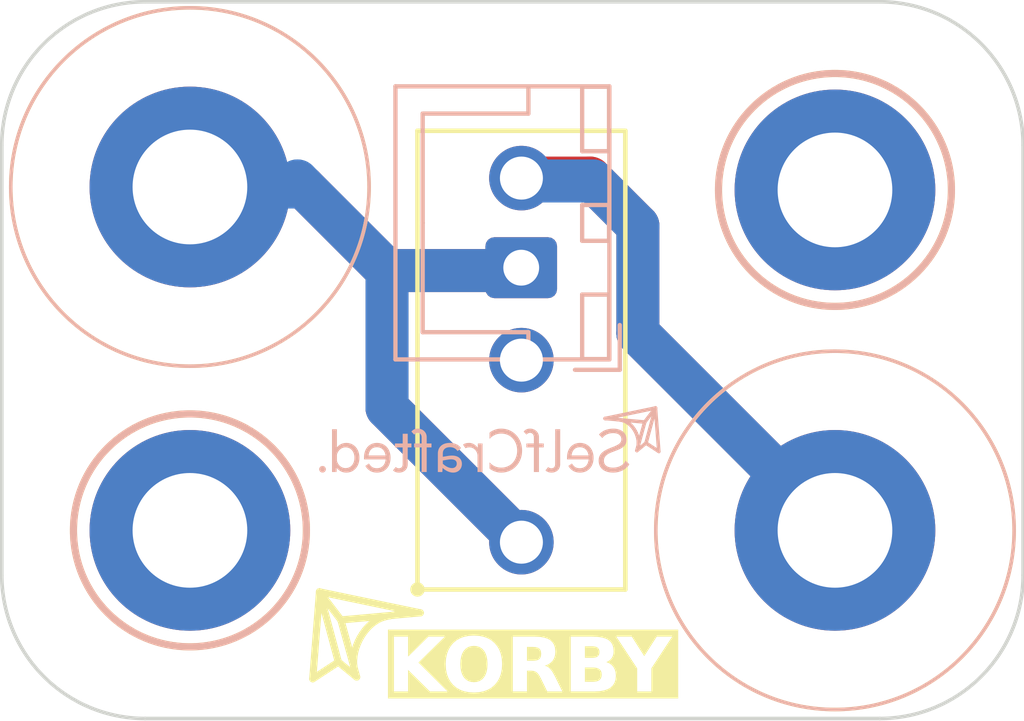
<source format=kicad_pcb>
(kicad_pcb (version 20221018) (generator pcbnew)
  (layers (0 "F.Cu" signal) (31 "B.Cu" signal) (34 "B.Paste" user) (35 "F.Paste" user) (36 "B.SilkS" user "B.Silkscreen") (37 "F.SilkS" user "F.Silkscreen") (38 "B.Mask" user) (39 "F.Mask" user) (44 "Edge.Cuts" user))
  (net 0 "")
  (net 1 "Net-(J1-Pin_1)")
  (net 2 "Net-(J1-Pin_2)")
  (footprint "MountingHole:MountingHole_3.2mm_M3_DIN965_Pad" (layer "F.Cu") (at 150.75 83.75)
    (fp_text reference "H2" hide)
    (fp_text value "RSwitch" hide)
  )
  (footprint "MountingHole:MountingHole_3.2mm_M3_DIN965_Pad" (layer "F.Cu") (at 132.75 83.75)
    (fp_text reference "H4" hide)
    (fp_text value "MountingHole" hide)
  )
  (footprint "MountingHole:MountingHole_3.2mm_M3_DIN965_Pad" (layer "F.Cu") (at 150.75 74.25)
    (fp_text reference "H3" hide)
    (fp_text value "MountingHole" hide)
  )
  (footprint "self_microswitch:SW_D2F-FL" (layer "F.Cu") (at 142 79 90)
    (fp_text reference "SW1" hide)
    (fp_text value "OMRON D2F-L" hide)
  )
  (footprint "MountingHole:MountingHole_3.2mm_M3_DIN965_Pad" (layer "F.Cu") (at 132.75 74.168)
    (fp_text reference "H1" hide)
    (fp_text value "LSwitch" hide)
  )
  (footprint "Connector_JST:JST_XH_B2B-XH-A_1x02_P2.50mm_Vertical" (layer "B.Cu") (at 141.995 76.42 90)
    (fp_text reference "J1" hide)
    (fp_text value "JST-XH")
  )
  (gr_circle (center 132.75 83.75) (end 136 83.75) (stroke (width 0.2)) (fill none) (layer "B.SilkS"))
  (gr_line (start 145.10395 80.874022) (end 145.140672 80.924028) (stroke (width 0.099633)) (layer "B.SilkS"))
  (gr_line (start 145.201408 81.032988) (end 145.224835 81.090623) (stroke (width 0.099633)) (layer "B.SilkS"))
  (gr_poly (pts (xy 139.100969 80.910824) (xy 139.089904 80.911348) (xy 139.078672 80.912303) (xy 139.067299 80.913752) (xy 139.055813 80.915762) (xy 139.044244 80.918397) (xy 139.032619 80.921724) (xy 139.020965 80.925808) (xy 139.009311 80.930713) (xy 138.997686 80.936506) (xy 138.986117 80.943251) (xy 138.974631 80.951015) (xy 138.963258 80.959862) (xy 138.952026 80.969857) (xy 138.946471 80.975307) (xy 138.940961 80.981068) (xy 138.935501 80.987148) (xy 138.930094 80.993557) (xy 139.009812 81.079642) (xy 139.01416 81.074078) (xy 139.018831 81.068754) (xy 139.023811 81.063687) (xy 139.029085 81.058893) (xy 139.03464 81.054389) (xy 139.040461 81.05019) (xy 139.046535 81.046314) (xy 139.052847 81.042777) (xy 139.059384 81.039594) (xy 139.066131 81.036783) (xy 139.073075 81.034359) (xy 139.080201 81.032339) (xy 139.087495 81.03074) (xy 139.094944 81.029578) (xy 139.102533 81.028868) (xy 139.106375 81.028688) (xy 139.110248 81.028628) (xy 139.116018 81.028786) (xy 139.121672 81.029254) (xy 139.127204 81.030027) (xy 139.132612 81.031097) (xy 139.137891 81.032458) (xy 139.143035 81.034103) (xy 139.148041 81.036025) (xy 139.152905 81.038218) (xy 139.157622 81.040675) (xy 139.162187 81.043388) (xy 139.166596 81.046353) (xy 139.170846 81.049561) (xy 139.174931 81.053006) (xy 139.178846 81.056681) (xy 139.182589 81.06058) (xy 139.186154 81.064696) (xy 139.189537 81.069022) (xy 139.192733 81.073551) (xy 139.195738 81.078277) (xy 139.198549 81.083194) (xy 139.201159 81.088293) (xy 139.203566 81.093569) (xy 139.205764 81.099015) (xy 139.207749 81.104624) (xy 139.209518 81.11039) (xy 139.211064 81.116305) (xy 139.212385 81.122363) (xy 139.213476 81.128558) (xy 139.214331 81.134882) (xy 139.214948 81.141329) (xy 139.215321 81.147892) (xy 139.215447 81.154564) (xy 139.215447 81.325139) (xy 139.006611 81.325139) (xy 139.006611 81.435134) (xy 139.215447 81.435134) (xy 139.215447 82.122204) (xy 139.357316 82.122204) (xy 139.357316 81.435134) (xy 139.491222 81.435134) (xy 139.491222 81.325139) (xy 139.357316 81.325139) (xy 139.357316 81.146595) (xy 139.356996 81.134277) (xy 139.356048 81.122141) (xy 139.354486 81.1102) (xy 139.352325 81.098469) (xy 139.349583 81.086961) (xy 139.346273 81.075689) (xy 139.342411 81.064668) (xy 139.338013 81.053911) (xy 139.333095 81.043432) (xy 139.327671 81.033245) (xy 139.321758 81.023363) (xy 139.31537 81.0138) (xy 139.308524 81.004569) (xy 139.301234 80.995685) (xy 139.293516 80.987162) (xy 139.285386 80.979012) (xy 139.276859 80.97125) (xy 139.26795 80.963889) (xy 139.258675 80.956943) (xy 139.24905 80.950427) (xy 139.23909 80.944352) (xy 139.22881 80.938734) (xy 139.218226 80.933586) (xy 139.207353 80.928921) (xy 139.196207 80.924754) (xy 139.184804 80.921098) (xy 139.173158 80.917967) (xy 139.161285 80.915374) (xy 139.149201 80.913334) (xy 139.136922 80.911859) (xy 139.124462 80.910965) (xy 139.111836 80.910663)) (fill solid) (layer "B.SilkS"))
  (gr_line (start 144.921552 80.719213) (end 144.947073 80.733742) (stroke (width 0.099633)) (layer "B.SilkS"))
  (gr_line (start 145.260806 81.38398) (end 145.256088 81.411826) (stroke (width 0.099633)) (layer "B.SilkS"))
  (gr_line (start 145.084128 80.850427) (end 145.10395 80.874022) (stroke (width 0.099633)) (layer "B.SilkS"))
  (gr_line (start 144.3806 80.626378) (end 144.444203 80.629079) (stroke (width 0.099633)) (layer "B.SilkS"))
  (gr_poly (pts (xy 136.714711 82.122204) (xy 136.840626 82.122204) (xy 136.847003 82.007427) (xy 136.859279 82.022293) (xy 136.872181 82.036386) (xy 136.885698 82.049681) (xy 136.899822 82.062151) (xy 136.914543 82.073771) (xy 136.929852 82.084515) (xy 136.945739 82.094358) (xy 136.962196 82.103274) (xy 136.979212 82.111237) (xy 136.99678 82.118222) (xy 137.014888 82.124202) (xy 137.033529 82.129153) (xy 137.052692 82.133049) (xy 137.072369 82.135863) (xy 137.09255 82.13757) (xy 137.113226 82.138145) (xy 137.134055 82.137612) (xy 137.154388 82.13603) (xy 137.174213 82.133423) (xy 137.19352 82.129816) (xy 137.212298 82.125235) (xy 137.230536 82.119703) (xy 137.248224 82.113246) (xy 137.26535 82.105889) (xy 137.281904 82.097656) (xy 137.297874 82.088572) (xy 137.313251 82.078662) (xy 137.328024 82.06795) (xy 137.342181 82.056463) (xy 137.355712 82.044223) (xy 137.368606 82.031257) (xy 137.380852 82.017589) (xy 137.392439 82.003244) (xy 137.403358 81.988246) (xy 137.413596 81.972621) (xy 137.423143 81.956393) (xy 137.431988 81.939587) (xy 137.440121 81.922228) (xy 137.44753 81.90434) (xy 137.454206 81.885949) (xy 137.460136 81.86708) (xy 137.465311 81.847756) (xy 137.469719 81.828003) (xy 137.47335 81.807847) (xy 137.476193 81.78731) (xy 137.478237 81.766419) (xy 137.479471 81.745198) (xy 137.479885 81.723672) (xy 137.341191 81.723672) (xy 137.340096 81.753446) (xy 137.336844 81.782297) (xy 137.331481 81.810088) (xy 137.324053 81.836681) (xy 137.31958 81.849485) (xy 137.314608 81.861938) (xy 137.309143 81.874023) (xy 137.303192 81.885722) (xy 137.29676 81.897018) (xy 137.289852 81.907895) (xy 137.282475 81.918334) (xy 137.274635 81.928318) (xy 137.266337 81.937831) (xy 137.257587 81.946855) (xy 137.248391 81.955373) (xy 137.238755 81.963367) (xy 137.228685 81.970821) (xy 137.218187 81.977717) (xy 137.207265 81.984038) (xy 137.195927 81.989766) (xy 137.184179 81.994886) (xy 137.172025 81.999378) (xy 137.159471 82.003227) (xy 137.146525 82.006414) (xy 137.133191 82.008923) (xy 137.119475 82.010737) (xy 137.105384 82.011838) (xy 137.090922 82.012209) (xy 137.080224 82.011963) (xy 137.069655 82.011231) (xy 137.059223 82.010023) (xy 137.048936 82.008348) (xy 137.038802 82.006215) (xy 137.028829 82.003634) (xy 137.019025 82.000614) (xy 137.009397 81.997164) (xy 136.999953 81.993294) (xy 136.990702 81.989013) (xy 136.981651 81.98433) (xy 136.972809 81.979255) (xy 136.964182 81.973798) (xy 136.955779 81.967966) (xy 136.947608 81.96177) (xy 136.939676 81.955219) (xy 136.931992 81.948323) (xy 136.924563 81.94109) (xy 136.910504 81.925653) (xy 136.89756 81.908984) (xy 136.885796 81.891155) (xy 136.875274 81.872244) (xy 136.866057 81.852323) (xy 136.858209 81.831469) (xy 136.851792 81.809755) (xy 136.851792 81.637588) (xy 136.858209 81.615856) (xy 136.866057 81.594951) (xy 136.875274 81.574952) (xy 136.885796 81.555939) (xy 136.89756 81.53799) (xy 136.910504 81.521185) (xy 136.917398 81.513237) (xy 136.924563 81.505604) (xy 136.931992 81.498298) (xy 136.939676 81.491326) (xy 136.947608 81.484701) (xy 136.955779 81.478431) (xy 136.964182 81.472526) (xy 136.972809 81.466997) (xy 136.981651 81.461853) (xy 136.990702 81.457104) (xy 136.999953 81.452761) (xy 137.009397 81.448832) (xy 137.019025 81.445329) (xy 137.028829 81.44226) (xy 137.038802 81.439637) (xy 137.048936 81.437468) (xy 137.059223 81.435764) (xy 137.069655 81.434534) (xy 137.080224 81.433789) (xy 137.090922 81.433538) (xy 137.105384 81.433914) (xy 137.119475 81.435028) (xy 137.133191 81.436863) (xy 137.146525 81.439401) (xy 137.159471 81.442625) (xy 137.172025 81.446516) (xy 137.184179 81.451057) (xy 137.195927 81.45623) (xy 137.207265 81.462017) (xy 137.218187 81.4684) (xy 137.228685 81.475362) (xy 137.238755 81.482885) (xy 137.248391 81.490951) (xy 137.257587 81.499541) (xy 137.266337 81.508639) (xy 137.274635 81.518227) (xy 137.282475 81.528286) (xy 137.289852 81.538799) (xy 137.29676 81.549749) (xy 137.303192 81.561116) (xy 137.309143 81.572884) (xy 137.314608 81.585035) (xy 137.31958 81.59755) (xy 137.324053 81.610413) (xy 137.328022 81.623605) (xy 137.331481 81.637108) (xy 137.334423 81.650905) (xy 137.336844 81.664978) (xy 137.338737 81.679309) (xy 137.340096 81.693881) (xy 137.340916 81.708674) (xy 137.341191 81.723672) (xy 137.479885 81.723672) (xy 137.479471 81.702146) (xy 137.478237 81.680925) (xy 137.476193 81.660034) (xy 137.47335 81.639497) (xy 137.469719 81.61934) (xy 137.465311 81.599588) (xy 137.460136 81.580264) (xy 137.454206 81.561394) (xy 137.44753 81.543003) (xy 137.440121 81.525115) (xy 137.431988 81.507756) (xy 137.423143 81.49095) (xy 137.413596 81.474722) (xy 137.403358 81.459097) (xy 137.392439 81.444099) (xy 137.380852 81.429753) (xy 137.368606 81.416085) (xy 137.355712 81.403119) (xy 137.342181 81.39088) (xy 137.328024 81.379392) (xy 137.313251 81.368681) (xy 137.297874 81.358771) (xy 137.281904 81.349687) (xy 137.26535 81.341454) (xy 137.248224 81.334096) (xy 137.230536 81.327639) (xy 137.212298 81.322108) (xy 137.19352 81.317526) (xy 137.174213 81.31392) (xy 137.154388 81.311313) (xy 137.134055 81.30973) (xy 137.113226 81.309197) (xy 137.093109 81.309753) (xy 137.07342 81.311402) (xy 137.054175 81.314115) (xy 137.035389 81.317865) (xy 137.017081 81.322624) (xy 136.999264 81.328364) (xy 136.981957 81.335057) (xy 136.965175 81.342674) (xy 136.948935 81.351188) (xy 136.933253 81.36057) (xy 136.918145 81.370793) (xy 136.903628 81.381829) (xy 136.889718 81.39365) (xy 136.876431 81.406227) (xy 136.863783 81.419532) (xy 136.851792 81.433538) (xy 136.851792 80.926605) (xy 136.714711 80.926605)) (fill solid) (layer "B.SilkS"))
  (gr_line (start 145.263825 81.268238) (end 145.265374 81.297662) (stroke (width 0.099633)) (layer "B.SilkS"))
  (gr_circle (center 150.75 74.25) (end 154 74.25) (stroke (width 0.2)) (fill none) (layer "B.SilkS"))
  (gr_line (start 145.2608 81.238626) (end 145.263825 81.268238) (stroke (width 0.099633)) (layer "B.SilkS"))
  (gr_poly (pts (xy 139.964431 81.31034) (xy 139.931534 81.313777) (xy 139.899818 81.319527) (xy 139.869446 81.327605) (xy 139.854813 81.332522) (xy 139.840577 81.338027) (xy 139.826757 81.344122) (xy 139.813373 81.35081) (xy 139.800446 81.358092) (xy 139.787996 81.36597) (xy 139.776042 81.374447) (xy 139.764606 81.383524) (xy 139.753706 81.393203) (xy 139.743364 81.403487) (xy 139.733599 81.414378) (xy 139.724432 81.425877) (xy 139.715882 81.437987) (xy 139.70797 81.45071) (xy 139.700716 81.464047) (xy 139.69414 81.478001) (xy 139.688263 81.492574) (xy 139.683103 81.507767) (xy 139.678682 81.523584) (xy 139.67502 81.540025) (xy 139.672137 81.557094) (xy 139.670052 81.574791) (xy 139.668787 81.59312) (xy 139.66836 81.612082) (xy 139.66836 82.122204) (xy 139.792688 82.122204) (xy 139.800678 82.00902) (xy 139.817036 82.02308) (xy 139.833812 82.036538) (xy 139.850976 82.049351) (xy 139.868497 82.061478) (xy 139.886346 82.072876) (xy 139.904492 82.083503) (xy 139.922904 82.093318) (xy 139.941552 82.102278) (xy 139.960406 82.110341) (xy 139.979435 82.117465) (xy 139.998609 82.123609) (xy 140.017897 82.12873) (xy 140.037268 82.132786) (xy 140.056694 82.135735) (xy 140.076142 82.137535) (xy 140.095583 82.138145) (xy 140.108764 82.137848) (xy 140.121701 82.136964) (xy 140.134382 82.135506) (xy 140.146795 82.133484) (xy 140.158929 82.13091) (xy 140.170772 82.127794) (xy 140.182314 82.12415) (xy 140.193542 82.119987) (xy 140.204446 82.115317) (xy 140.215014 82.110152) (xy 140.225235 82.104504) (xy 140.235097 82.098382) (xy 140.244589 82.0918) (xy 140.2537 82.084767) (xy 140.262417 82.077296) (xy 140.27073 82.069399) (xy 140.278628 82.061085) (xy 140.286099 82.052367) (xy 140.293131 82.043257) (xy 140.299714 82.033764) (xy 140.305835 82.023902) (xy 140.311484 82.013681) (xy 140.316648 82.003113) (xy 140.321318 81.992208) (xy 140.325481 81.980979) (xy 140.329125 81.969437) (xy 140.332241 81.957593) (xy 140.334815 81.945459) (xy 140.336837 81.933045) (xy 140.338295 81.920364) (xy 140.339179 81.907427) (xy 140.339476 81.894244) (xy 140.339322 81.887868) (xy 140.196019 81.887868) (xy 140.195865 81.894816) (xy 140.195409 81.901611) (xy 140.194653 81.908248) (xy 140.193603 81.914722) (xy 140.192264 81.921029) (xy 140.190639 81.927165) (xy 140.188735 81.933125) (xy 140.186555 81.938905) (xy 140.184104 81.9445) (xy 140.181386 81.949907) (xy 140.178408 81.95512) (xy 140.175172 81.960136) (xy 140.171684 81.964949) (xy 140.167949 81.969557) (xy 140.163971 81.973953) (xy 140.159754 81.978135) (xy 140.155304 81.982097) (xy 140.150625 81.985835) (xy 140.145722 81.989345) (xy 140.1406 81.992622) (xy 140.135262 81.995662) (xy 140.129714 81.998461) (xy 140.123961 82.001014) (xy 140.118007 82.003317) (xy 140.111856 82.005365) (xy 140.105514 82.007154) (xy 140.098985 82.00868) (xy 140.092274 82.009939) (xy 140.085385 82.010925) (xy 140.078324 82.011635) (xy 140.071094 82.012065) (xy 140.0637 82.012209) (xy 140.046407 82.011601) (xy 140.029204 82.009814) (xy 140.012108 82.006902) (xy 139.995136 82.002918) (xy 139.978304 81.997916) (xy 139.961628 81.991949) (xy 139.945124 81.985072) (xy 139.928809 81.977338) (xy 139.9127 81.9688) (xy 139.896812 81.959513) (xy 139.881162 81.94953) (xy 139.865767 81.938905) (xy 139.850642 81.927691) (xy 139.835804 81.915942) (xy 139.82127 81.903713) (xy 139.807055 81.891056) (xy 139.807055 81.80019) (xy 139.937759 81.777872) (xy 139.973762 81.772207) (xy 140.006528 81.768868) (xy 140.036184 81.767714) (xy 140.049884 81.767913) (xy 140.062855 81.768606) (xy 140.07511 81.769775) (xy 140.086667 81.771403) (xy 140.097541 81.773473) (xy 140.107748 81.775966) (xy 140.117303 81.778866) (xy 140.126222 81.782155) (xy 140.134521 81.785814) (xy 140.142216 81.789828) (xy 140.149322 81.794178) (xy 140.155856 81.798846) (xy 140.161832 81.803816) (xy 140.167268 81.80907) (xy 140.172178 81.814589) (xy 140.176578 81.820358) (xy 140.180485 81.826357) (xy 140.183913 81.832571) (xy 140.189399 81.845568) (xy 140.193161 81.85921) (xy 140.195325 81.873357) (xy 140.196019 81.887868) (xy 140.339322 81.887868) (xy 140.339156 81.880995) (xy 140.33819 81.867867) (xy 140.336566 81.85489) (xy 140.334273 81.842092) (xy 140.331299 81.829503) (xy 140.327633 81.817149) (xy 140.323264 81.805061) (xy 140.31818 81.793266) (xy 140.312369 81.781793) (xy 140.305821 81.770672) (xy 140.298525 81.759929) (xy 140.290467 81.749595) (xy 140.281638 81.739698) (xy 140.272026 81.730266) (xy 140.26162 81.721327) (xy 140.250407 81.712912) (xy 140.238378 81.705047) (xy 140.225519 81.697762) (xy 140.211821 81.691085) (xy 140.197271 81.685045) (xy 140.181859 81.679671) (xy 140.165572 81.674991) (xy 140.1484 81.671033) (xy 140.130331 81.667827) (xy 140.111354 81.665401) (xy 140.091457 81.663783) (xy 140.070629 81.663003) (xy 140.048859 81.663088) (xy 140.026135 81.664067) (xy 140.002445 81.66597) (xy 139.97778 81.668824) (xy 139.952126 81.672658) (xy 139.807055 81.696571) (xy 139.807055 81.602517) (xy 139.807314 81.591359) (xy 139.808084 81.5806) (xy 139.809351 81.570237) (xy 139.811103 81.560266) (xy 139.813326 81.550686) (xy 139.816008 81.541492) (xy 139.819136 81.532683) (xy 139.822697 81.524255) (xy 139.826679 81.516205) (xy 139.831068 81.508531) (xy 139.835852 81.501229) (xy 139.841017 81.494296) (xy 139.846552 81.487731) (xy 139.852442 81.481529) (xy 139.858676 81.475687) (xy 139.86524 81.470204) (xy 139.872122 81.465076) (xy 139.879308 81.460299) (xy 139.886787 81.455872) (xy 139.894544 81.451791) (xy 139.902568 81.448053) (xy 139.910845 81.444655) (xy 139.919363 81.441595) (xy 139.928108 81.43887) (xy 139.937068 81.436476) (xy 139.94623 81.434411) (xy 139.965109 81.431254) (xy 139.984641 81.429378) (xy 140.004725 81.428757) (xy 140.022099 81.429204) (xy 140.038947 81.430541) (xy 140.055268 81.432761) (xy 140.071058 81.435856) (xy 140.086315 81.43982) (xy 140.101037 81.444646) (xy 140.115222 81.450326) (xy 140.128868 81.456854) (xy 140.141971 81.464222) (xy 140.15453 81.472425) (xy 140.166542 81.481453) (xy 140.178006 81.491302) (xy 140.188918 81.501963) (xy 140.199276 81.51343) (xy 140.209079 81.525695) (xy 140.218323 81.538753) (xy 140.315584 81.452668) (xy 140.3037 81.436608) (xy 140.290769 81.42133) (xy 140.283909 81.413995) (xy 140.276787 81.40687) (xy 140.269401 81.399957) (xy 140.261752 81.393261) (xy 140.253839 81.386788) (xy 140.245662 81.380541) (xy 140.237221 81.374524) (xy 140.228515 81.368743) (xy 140.219544 81.3632) (xy 140.210307 81.357902) (xy 140.200806 81.352851) (xy 140.191038 81.348053) (xy 140.181004 81.343512) (xy 140.170704 81.339233) (xy 140.160136 81.335218) (xy 140.149302 81.331474) (xy 140.1382 81.328004) (xy 140.126831 81.324813) (xy 140.115194 81.321905) (xy 140.103288 81.319285) (xy 140.091114 81.316956) (xy 140.078671 81.314924) (xy 140.065958 81.313193) (xy 140.052977 81.311766) (xy 140.039725 81.310649) (xy 140.026203 81.309845) (xy 139.998348 81.309197)) (fill solid) (layer "B.SilkS"))
  (gr_line (start 145.041749 80.806461) (end 145.063383 80.827879) (stroke (width 0.099633)) (layer "B.SilkS"))
  (gr_line (start 144.519903 80.635337) (end 144.601662 80.644442) (stroke (width 0.099633)) (layer "B.SilkS"))
  (gr_line (start 144.683444 80.655683) (end 144.759211 80.668349) (stroke (width 0.099633)) (layer "B.SilkS"))
  (gr_line (start 145.173256 80.977236) (end 145.201408 81.032988) (stroke (width 0.099633)) (layer "B.SilkS"))
  (gr_line (start 144.947073 80.733742) (end 144.97189 80.749814) (stroke (width 0.099633)) (layer "B.SilkS"))
  (gr_line (start 145.222126 81.523391) (end 145.441619 80.727223) (stroke (width 0.099633)) (layer "B.SilkS"))
  (gr_poly (pts (xy 137.948058 81.309699) (xy 137.927522 81.31119) (xy 137.907551 81.313653) (xy 137.888153 81.317068) (xy 137.869336 81.321418) (xy 137.851106 81.326683) (xy 137.833471 81.332845) (xy 137.816438 81.339884) (xy 137.800015 81.347783) (xy 137.784208 81.356523) (xy 137.769026 81.366084) (xy 137.754475 81.376449) (xy 137.740563 81.387599) (xy 137.727296 81.399514) (xy 137.714683 81.412177) (xy 137.702731 81.425568) (xy 137.691446 81.43967) (xy 137.680837 81.454462) (xy 137.67091 81.469927) (xy 137.661673 81.486046) (xy 137.653132 81.5028) (xy 137.645297 81.52017) (xy 137.638172 81.538139) (xy 137.631767 81.556686) (xy 137.626088 81.575794) (xy 137.621143 81.595443) (xy 137.616938 81.615616) (xy 137.613481 81.636293) (xy 137.61078 81.657456) (xy 137.608842 81.679086) (xy 137.607674 81.701164) (xy 137.607282 81.723672) (xy 137.607308 81.734706) (xy 137.607484 81.746188) (xy 137.607677 81.752051) (xy 137.607964 81.75797) (xy 137.608364 81.763926) (xy 137.608897 81.769901) (xy 138.211458 81.769901) (xy 138.207949 81.796827) (xy 138.202805 81.822557) (xy 138.196036 81.847017) (xy 138.192045 81.858747) (xy 138.187651 81.870132) (xy 138.182856 81.881162) (xy 138.17766 81.891827) (xy 138.172064 81.902119) (xy 138.166071 81.912028) (xy 138.15968 81.921544) (xy 138.152894 81.930659) (xy 138.145713 81.939363) (xy 138.138139 81.947647) (xy 138.130172 81.9555) (xy 138.121815 81.962915) (xy 138.113067 81.969882) (xy 138.10393 81.976391) (xy 138.094406 81.982432) (xy 138.084496 81.987998) (xy 138.0742 81.993077) (xy 138.06352 81.997662) (xy 138.052457 82.001742) (xy 138.041012 82.005309) (xy 138.029186 82.008352) (xy 138.016982 82.010863) (xy 138.004398 82.012833) (xy 137.991438 82.014251) (xy 137.978102 82.015109) (xy 137.964391 82.015397) (xy 137.946854 82.014997) (xy 137.930084 82.013765) (xy 137.914025 82.011656) (xy 137.89862 82.008622) (xy 137.883814 82.004616) (xy 137.86955 81.999593) (xy 137.855772 81.993504) (xy 137.842424 81.986304) (xy 137.829451 81.977946) (xy 137.816795 81.968383) (xy 137.8044 81.957568) (xy 137.792212 81.945455) (xy 137.780172 81.931997) (xy 137.768226 81.917146) (xy 137.756317 81.900858) (xy 137.74439 81.883084) (xy 137.645542 81.951632) (xy 137.658304 81.973167) (xy 137.665062 81.983491) (xy 137.672072 81.993516) (xy 137.679332 82.003236) (xy 137.686844 82.01265) (xy 137.694605 82.021753) (xy 137.702617 82.030542) (xy 137.710878 82.039013) (xy 137.719389 82.047164) (xy 137.728149 82.054989) (xy 137.737158 82.062487) (xy 137.746416 82.069653) (xy 137.755921 82.076484) (xy 137.765675 82.082976) (xy 137.775677 82.089126) (xy 137.785926 82.094931) (xy 137.796422 82.100386) (xy 137.807165 82.105489) (xy 137.818154 82.110236) (xy 137.82939 82.114623) (xy 137.840872 82.118647) (xy 137.852599 82.122304) (xy 137.864572 82.125591) (xy 137.87679 82.128505) (xy 137.889252 82.131041) (xy 137.90196 82.133197) (xy 137.914911 82.134969) (xy 137.928106 82.136353) (xy 137.941545 82.137346) (xy 137.955228 82.137945) (xy 137.969153 82.138145) (xy 137.990999 82.137635) (xy 138.012294 82.136118) (xy 138.033029 82.133615) (xy 138.053193 82.130146) (xy 138.072779 82.125733) (xy 138.091777 82.120397) (xy 138.110176 82.114157) (xy 138.127969 82.107035) (xy 138.145145 82.099051) (xy 138.161695 82.090226) (xy 138.177611 82.080581) (xy 138.192881 82.070136) (xy 138.207498 82.058913) (xy 138.221452 82.046932) (xy 138.234733 82.034213) (xy 138.247333 82.020778) (xy 138.259241 82.006647) (xy 138.270449 81.99184) (xy 138.280947 81.976379) (xy 138.290725 81.960285) (xy 138.299775 81.943578) (xy 138.308087 81.926278) (xy 138.315652 81.908407) (xy 138.32246 81.889984) (xy 138.328502 81.871032) (xy 138.333769 81.851571) (xy 138.338252 81.831621) (xy 138.34194 81.811202) (xy 138.344825 81.790337) (xy 138.346897 81.769045) (xy 138.348147 81.747348) (xy 138.348566 81.725265) (xy 138.348143 81.703174) (xy 138.346879 81.681449) (xy 138.344787 81.660115) (xy 138.344758 81.659905) (xy 138.208283 81.659905) (xy 137.734812 81.659905) (xy 137.738286 81.634209) (xy 137.743311 81.609765) (xy 137.749867 81.586629) (xy 137.753713 81.575568) (xy 137.757935 81.564856) (xy 137.76253 81.554498) (xy 137.767497 81.544503) (xy 137.772833 81.534876) (xy 137.778535 81.525625) (xy 137.784601 81.516757) (xy 137.79103 81.50828) (xy 137.797817 81.500199) (xy 137.804963 81.492522) (xy 137.812463 81.485256) (xy 137.820315 81.478408) (xy 137.828518 81.471985) (xy 137.837069 81.465994) (xy 137.845966 81.460442) (xy 137.855206 81.455337) (xy 137.864787 81.450684) (xy 137.874706 81.446491) (xy 137.884962 81.442765) (xy 137.895553 81.439513) (xy 137.906474 81.436743) (xy 137.917726 81.43446) (xy 137.929304 81.432672) (xy 137.941207 81.431387) (xy 137.953433 81.43061) (xy 137.965978 81.43035) (xy 137.978817 81.43062) (xy 137.991328 81.431422) (xy 138.00351 81.432749) (xy 138.015361 81.434591) (xy 138.02688 81.43694) (xy 138.038067 81.439787) (xy 138.04892 81.443123) (xy 138.059437 81.446939) (xy 138.069618 81.451228) (xy 138.079462 81.455979) (xy 138.088967 81.461184) (xy 138.098133 81.466835) (xy 138.106957 81.472922) (xy 138.115439 81.479438) (xy 138.123578 81.486372) (xy 138.131373 81.493717) (xy 138.138821 81.501464) (xy 138.145923 81.509604) (xy 138.152678 81.518127) (xy 138.159082 81.527026) (xy 138.165137 81.536292) (xy 138.17084 81.545915) (xy 138.176191 81.555888) (xy 138.181187 81.566201) (xy 138.185829 81.576845) (xy 138.190115 81.587813) (xy 138.197613 81.610681) (xy 138.203672 81.634735) (xy 138.208283 81.659905) (xy 138.344758 81.659905) (xy 138.341875 81.639191) (xy 138.338153 81.618701) (xy 138.333633 81.598666) (xy 138.328324 81.579107) (xy 138.322237 81.560048) (xy 138.315381 81.541509) (xy 138.307767 81.523513) (xy 138.299406 81.506082) (xy 138.290307 81.489237) (xy 138.28048 81.473) (xy 138.269936 81.457394) (xy 138.258685 81.442439) (xy 138.246737 81.428159) (xy 138.234103 81.414574) (xy 138.220793 81.401707) (xy 138.206816 81.38958) (xy 138.192184 81.378215) (xy 138.176906 81.367633) (xy 138.160992 81.357856) (xy 138.144453 81.348906) (xy 138.127299 81.340806) (xy 138.10954 81.333576) (xy 138.091187 81.32724) (xy 138.072249 81.321818) (xy 138.052738 81.317333) (xy 138.032662 81.313807) (xy 138.012032 81.311261) (xy 137.990859 81.309717) (xy 137.969153 81.309197)) (fill solid) (layer "B.SilkS"))
  (gr_poly (pts (xy 136.445766 81.951757) (xy 136.441062 81.952128) (xy 136.436416 81.952737) (xy 136.431837 81.953578) (xy 136.42733 81.954645) (xy 136.422902 81.95593) (xy 136.418559 81.957427) (xy 136.414307 81.95913) (xy 136.410154 81.961031) (xy 136.406105 81.963123) (xy 136.402167 81.965401) (xy 136.398347 81.967857) (xy 136.39465 81.970485) (xy 136.391083 81.973278) (xy 136.387653 81.976228) (xy 136.384366 81.979331) (xy 136.381228 81.982578) (xy 136.378246 81.985963) (xy 136.375427 81.98948) (xy 136.372776 81.993121) (xy 136.3703 81.99688) (xy 136.368006 82.00075) (xy 136.3659 82.004725) (xy 136.363989 82.008798) (xy 136.362278 82.012962) (xy 136.360774 82.01721) (xy 136.359484 82.021535) (xy 136.358415 82.025932) (xy 136.357571 82.030393) (xy 136.356961 82.034911) (xy 136.35659 82.03948) (xy 136.356465 82.044094) (xy 136.35659 82.048851) (xy 136.356961 82.053556) (xy 136.357571 82.058201) (xy 136.358415 82.062781) (xy 136.359484 82.067288) (xy 136.360774 82.071716) (xy 136.362278 82.076058) (xy 136.363989 82.08031) (xy 136.3659 82.084463) (xy 136.368006 82.088511) (xy 136.3703 82.092449) (xy 136.372776 82.096269) (xy 136.375427 82.099966) (xy 136.378246 82.103532) (xy 136.381228 82.106962) (xy 136.384366 82.110249) (xy 136.387653 82.113386) (xy 136.391083 82.116367) (xy 136.39465 82.119186) (xy 136.398347 82.121837) (xy 136.402167 82.124312) (xy 136.406105 82.126606) (xy 136.410154 82.128712) (xy 136.414307 82.130623) (xy 136.418559 82.132333) (xy 136.422902 82.133837) (xy 136.42733 82.135126) (xy 136.431837 82.136196) (xy 136.436416 82.137039) (xy 136.441062 82.137649) (xy 136.445766 82.13802) (xy 136.450524 82.138145) (xy 136.455278 82.13802) (xy 136.459969 82.137649) (xy 136.464593 82.137039) (xy 136.469143 82.136196) (xy 136.473613 82.135126) (xy 136.477998 82.133837) (xy 136.482292 82.132333) (xy 136.486489 82.130623) (xy 136.490584 82.128712) (xy 136.49457 82.126606) (xy 136.498441 82.124312) (xy 136.502192 82.121837) (xy 136.505817 82.119186) (xy 136.50931 82.116367) (xy 136.512665 82.113386) (xy 136.515876 82.110249) (xy 136.518938 82.106962) (xy 136.521845 82.103532) (xy 136.524591 82.099966) (xy 136.52717 82.096269) (xy 136.529576 82.092449) (xy 136.531803 82.088511) (xy 136.533846 82.084463) (xy 136.535699 82.08031) (xy 136.537355 82.076058) (xy 136.53881 82.071716) (xy 136.540057 82.067288) (xy 136.54109 82.062781) (xy 136.541903 82.058201) (xy 136.542492 82.053556) (xy 136.542849 82.048851) (xy 136.54297 82.044094) (xy 136.542849 82.03948) (xy 136.542492 82.034911) (xy 136.541903 82.030393) (xy 136.54109 82.025932) (xy 136.540057 82.021535) (xy 136.53881 82.01721) (xy 136.537355 82.012962) (xy 136.535699 82.008798) (xy 136.533846 82.004725) (xy 136.531803 82.00075) (xy 136.529576 81.99688) (xy 136.52717 81.993121) (xy 136.524591 81.98948) (xy 136.521845 81.985963) (xy 136.518938 81.982578) (xy 136.515876 81.979331) (xy 136.512665 81.976228) (xy 136.50931 81.973278) (xy 136.505817 81.970485) (xy 136.502192 81.967857) (xy 136.498441 81.965401) (xy 136.49457 81.963123) (xy 136.490584 81.961031) (xy 136.486489 81.95913) (xy 136.482292 81.957427) (xy 136.477998 81.95593) (xy 136.473613 81.954645) (xy 136.469143 81.953578) (xy 136.464593 81.952737) (xy 136.459969 81.952128) (xy 136.455278 81.951757) (xy 136.450524 81.951632)) (fill solid) (layer "B.SilkS"))
  (gr_circle (center 150.75 83.75) (end 155.75 83.75) (stroke (width 0.1)) (fill none) (layer "B.SilkS"))
  (gr_poly (pts (xy 143.613158 81.309699) (xy 143.592621 81.31119) (xy 143.57265 81.313653) (xy 143.553252 81.317068) (xy 143.534435 81.321418) (xy 143.516205 81.326683) (xy 143.49857 81.332845) (xy 143.481537 81.339884) (xy 143.465114 81.347783) (xy 143.449308 81.356523) (xy 143.434125 81.366084) (xy 143.419574 81.376449) (xy 143.405662 81.387599) (xy 143.392396 81.399514) (xy 143.379783 81.412177) (xy 143.36783 81.425568) (xy 143.356546 81.43967) (xy 143.345936 81.454462) (xy 143.336009 81.469927) (xy 143.326772 81.486046) (xy 143.318232 81.5028) (xy 143.310396 81.52017) (xy 143.303272 81.538139) (xy 143.296866 81.556686) (xy 143.291187 81.575794) (xy 143.286242 81.595443) (xy 143.282037 81.615616) (xy 143.278581 81.636293) (xy 143.27588 81.657456) (xy 143.273941 81.679086) (xy 143.272773 81.701164) (xy 143.272382 81.723672) (xy 143.272407 81.734706) (xy 143.27258 81.746188) (xy 143.272769 81.752051) (xy 143.273052 81.75797) (xy 143.273445 81.763926) (xy 143.273969 81.769901) (xy 143.876561 81.769901) (xy 143.87305 81.796827) (xy 143.867905 81.822557) (xy 143.861135 81.847017) (xy 143.857144 81.858747) (xy 143.852749 81.870132) (xy 143.847953 81.881162) (xy 143.842757 81.891827) (xy 143.837161 81.902119) (xy 143.831167 81.912028) (xy 143.824777 81.921544) (xy 143.81799 81.930659) (xy 143.810809 81.939363) (xy 143.803234 81.947647) (xy 143.795266 81.9555) (xy 143.786908 81.962915) (xy 143.77816 81.969882) (xy 143.769022 81.976391) (xy 143.759497 81.982432) (xy 143.749585 81.987998) (xy 143.739288 81.993077) (xy 143.728607 81.997662) (xy 143.717543 82.001742) (xy 143.706097 82.005309) (xy 143.69427 82.008352) (xy 143.682063 82.010863) (xy 143.669478 82.012833) (xy 143.656516 82.014251) (xy 143.643177 82.015109) (xy 143.629464 82.015397) (xy 143.611932 82.014997) (xy 143.595166 82.013765) (xy 143.57911 82.011656) (xy 143.563708 82.008622) (xy 143.548905 82.004616) (xy 143.534643 81.999593) (xy 143.520867 81.993504) (xy 143.50752 81.986304) (xy 143.494548 81.977946) (xy 143.481892 81.968383) (xy 143.469499 81.957568) (xy 143.45731 81.945455) (xy 143.445271 81.931997) (xy 143.433325 81.917146) (xy 143.421417 81.900858) (xy 143.409489 81.883084) (xy 143.310641 81.951632) (xy 143.323398 81.973167) (xy 143.330155 81.983491) (xy 143.337163 81.993516) (xy 143.344421 82.003236) (xy 143.351931 82.01265) (xy 143.359691 82.021753) (xy 143.367701 82.030542) (xy 143.375962 82.039013) (xy 143.384471 82.047164) (xy 143.393231 82.054989) (xy 143.402239 82.062487) (xy 143.411496 82.069653) (xy 143.421001 82.076484) (xy 143.430755 82.082976) (xy 143.440756 82.089126) (xy 143.451005 82.094931) (xy 143.461501 82.100386) (xy 143.472245 82.105489) (xy 143.483235 82.110236) (xy 143.494471 82.114623) (xy 143.505954 82.118647) (xy 143.517682 82.122304) (xy 143.529656 82.125591) (xy 143.541875 82.128505) (xy 143.55434 82.131041) (xy 143.567048 82.133197) (xy 143.580002 82.134969) (xy 143.593199 82.136353) (xy 143.60664 82.137346) (xy 143.620325 82.137945) (xy 143.634253 82.138145) (xy 143.656099 82.137635) (xy 143.677394 82.136118) (xy 143.698128 82.133615) (xy 143.718293 82.130146) (xy 143.737879 82.125733) (xy 143.756876 82.120397) (xy 143.775275 82.114157) (xy 143.793068 82.107035) (xy 143.810244 82.099051) (xy 143.826794 82.090226) (xy 143.842708 82.080581) (xy 143.857979 82.070136) (xy 143.872595 82.058913) (xy 143.886548 82.046932) (xy 143.899829 82.034213) (xy 143.912428 82.020778) (xy 143.924336 82.006647) (xy 143.935543 81.99184) (xy 143.94604 81.976379) (xy 143.955818 81.960285) (xy 143.964867 81.943578) (xy 143.973179 81.926278) (xy 143.980743 81.908407) (xy 143.987551 81.889984) (xy 143.993593 81.871032) (xy 143.998859 81.851571) (xy 144.003341 81.831621) (xy 144.007029 81.811202) (xy 144.009914 81.790337) (xy 144.011986 81.769045) (xy 144.013236 81.747348) (xy 144.013655 81.725265) (xy 144.013231 81.703174) (xy 144.011968 81.681449) (xy 144.009876 81.660115) (xy 144.009846 81.659905) (xy 143.873372 81.659905) (xy 143.399911 81.659905) (xy 143.403382 81.634209) (xy 143.408403 81.609765) (xy 143.414956 81.586629) (xy 143.418802 81.575568) (xy 143.423023 81.564856) (xy 143.427618 81.554498) (xy 143.432584 81.544503) (xy 143.43792 81.534876) (xy 143.443621 81.525625) (xy 143.449688 81.516757) (xy 143.456116 81.50828) (xy 143.462904 81.500199) (xy 143.470049 81.492522) (xy 143.477549 81.485256) (xy 143.485402 81.478408) (xy 143.493604 81.471985) (xy 143.502155 81.465994) (xy 143.511052 81.460442) (xy 143.520291 81.455337) (xy 143.529872 81.450684) (xy 143.539791 81.446491) (xy 143.550046 81.442765) (xy 143.560635 81.439513) (xy 143.571556 81.436743) (xy 143.582806 81.43446) (xy 143.594383 81.432672) (xy 143.606284 81.431387) (xy 143.618508 81.43061) (xy 143.631051 81.43035) (xy 143.64389 81.43062) (xy 143.656401 81.431422) (xy 143.668583 81.432749) (xy 143.680434 81.434591) (xy 143.691953 81.43694) (xy 143.70314 81.439787) (xy 143.713993 81.443123) (xy 143.724511 81.446939) (xy 143.734693 81.451228) (xy 143.744537 81.455979) (xy 143.754042 81.461184) (xy 143.763208 81.466835) (xy 143.772033 81.472922) (xy 143.780516 81.479438) (xy 143.788655 81.486372) (xy 143.79645 81.493717) (xy 143.8039 81.501464) (xy 143.811002 81.509604) (xy 143.817757 81.518127) (xy 143.824163 81.527026) (xy 143.830218 81.536292) (xy 143.835922 81.545915) (xy 143.841273 81.555888) (xy 143.84627 81.566201) (xy 143.850913 81.576845) (xy 143.855199 81.587813) (xy 143.862698 81.610681) (xy 143.868759 81.634735) (xy 143.873372 81.659905) (xy 144.009846 81.659905) (xy 144.006964 81.639191) (xy 144.003242 81.618701) (xy 143.998722 81.598666) (xy 143.993414 81.579107) (xy 143.987326 81.560048) (xy 143.980471 81.541509) (xy 143.972858 81.523513) (xy 143.964496 81.506082) (xy 143.955397 81.489237) (xy 143.945571 81.473) (xy 143.935027 81.457394) (xy 143.923777 81.442439) (xy 143.91183 81.428159) (xy 143.899196 81.414574) (xy 143.885886 81.401707) (xy 143.87191 81.38958) (xy 143.857277 81.378215) (xy 143.842 81.367633) (xy 143.826087 81.357856) (xy 143.809548 81.348906) (xy 143.792395 81.340806) (xy 143.774636 81.333576) (xy 143.756284 81.32724) (xy 143.737346 81.321818) (xy 143.717835 81.317333) (xy 143.69776 81.313807) (xy 143.677131 81.311261) (xy 143.655958 81.309717) (xy 143.634253 81.309197)) (fill solid) (layer "B.SilkS"))
  (gr_line (start 144.759211 80.668349) (end 144.822923 80.681728) (stroke (width 0.099633)) (layer "B.SilkS"))
  (gr_line (start 144.335134 80.627946) (end 144.355223 80.626584) (stroke (width 0.099633)) (layer "B.SilkS"))
  (gr_line (start 144.97189 80.749814) (end 144.995967 80.767347) (stroke (width 0.099633)) (layer "B.SilkS"))
  (gr_line (start 145.24164 81.465634) (end 145.231836 81.491432) (stroke (width 0.099633)) (layer "B.SilkS"))
  (gr_line (start 145.477276 81.314452) (end 145.834546 81.548121) (stroke (width 0.099633)) (layer "B.SilkS"))
  (gr_poly (pts (xy 142.233185 80.910824) (xy 142.222121 80.911348) (xy 142.21089 80.912303) (xy 142.199519 80.913752) (xy 142.188035 80.915762) (xy 142.176467 80.918397) (xy 142.164843 80.921724) (xy 142.153191 80.925808) (xy 142.141539 80.930713) (xy 142.129914 80.936506) (xy 142.118345 80.943251) (xy 142.106859 80.951015) (xy 142.095485 80.959862) (xy 142.08425 80.969857) (xy 142.078694 80.975307) (xy 142.073182 80.981068) (xy 142.06772 80.987148) (xy 142.06231 80.993557) (xy 142.142029 81.079642) (xy 142.146381 81.074078) (xy 142.151055 81.068754) (xy 142.156037 81.063687) (xy 142.161313 81.058893) (xy 142.166868 81.054389) (xy 142.172689 81.05019) (xy 142.178762 81.046314) (xy 142.185073 81.042777) (xy 142.191609 81.039594) (xy 142.198354 81.036783) (xy 142.205296 81.034359) (xy 142.212421 81.032339) (xy 142.219714 81.03074) (xy 142.227161 81.029578) (xy 142.23475 81.028868) (xy 142.238592 81.028688) (xy 142.242465 81.028628) (xy 142.248237 81.028786) (xy 142.253893 81.029254) (xy 142.259427 81.030027) (xy 142.264837 81.031097) (xy 142.270116 81.032458) (xy 142.275262 81.034103) (xy 142.280269 81.036025) (xy 142.285133 81.038218) (xy 142.28985 81.040675) (xy 142.294415 81.043388) (xy 142.298825 81.046353) (xy 142.303074 81.049561) (xy 142.307159 81.053006) (xy 142.311074 81.056681) (xy 142.314816 81.06058) (xy 142.31838 81.064696) (xy 142.321762 81.069022) (xy 142.324958 81.073551) (xy 142.327963 81.078277) (xy 142.330772 81.083194) (xy 142.333382 81.088293) (xy 142.335787 81.093569) (xy 142.337985 81.099015) (xy 142.339969 81.104624) (xy 142.341737 81.11039) (xy 142.343283 81.116305) (xy 142.344603 81.122363) (xy 142.345693 81.128558) (xy 142.346548 81.134882) (xy 142.347165 81.141329) (xy 142.347538 81.147892) (xy 142.347663 81.154564) (xy 142.347663 81.325139) (xy 142.138854 81.325139) (xy 142.138854 81.435134) (xy 142.347663 81.435134) (xy 142.347663 82.122204) (xy 142.489559 82.122204) (xy 142.489559 81.435134) (xy 142.623465 81.435134) (xy 142.623465 81.325139) (xy 142.489559 81.325139) (xy 142.489559 81.146595) (xy 142.48924 81.134277) (xy 142.488291 81.122141) (xy 142.486728 81.1102) (xy 142.484568 81.098469) (xy 142.481824 81.086961) (xy 142.478514 81.075689) (xy 142.474651 81.064668) (xy 142.470253 81.053911) (xy 142.465333 81.043432) (xy 142.459909 81.033245) (xy 142.453994 81.023363) (xy 142.447605 81.0138) (xy 142.440757 81.004569) (xy 142.433466 80.995685) (xy 142.425747 80.987162) (xy 142.417616 80.979012) (xy 142.409087 80.97125) (xy 142.400177 80.963889) (xy 142.390902 80.956943) (xy 142.381275 80.950427) (xy 142.371314 80.944352) (xy 142.361033 80.938734) (xy 142.350448 80.933586) (xy 142.339574 80.928921) (xy 142.328427 80.924754) (xy 142.317023 80.921098) (xy 142.305376 80.917967) (xy 142.293503 80.915374) (xy 142.281418 80.913334) (xy 142.269138 80.911859) (xy 142.256678 80.910965) (xy 142.244052 80.910663)) (fill solid) (layer "B.SilkS"))
  (gr_line (start 145.249711 81.439071) (end 145.24164 81.465634) (stroke (width 0.099633)) (layer "B.SilkS"))
  (gr_line (start 144.444203 80.629079) (end 144.519903 80.635337) (stroke (width 0.099633)) (layer "B.SilkS"))
  (gr_line (start 144.355223 80.626584) (end 144.3806 80.626378) (stroke (width 0.099633)) (layer "B.SilkS"))
  (gr_line (start 145.265374 81.297662) (end 145.265412 81.326815) (stroke (width 0.099633)) (layer "B.SilkS"))
  (gr_line (start 144.868544 80.69511) (end 144.895364 80.706308) (stroke (width 0.099633)) (layer "B.SilkS"))
  (gr_line (start 145.224835 81.090623) (end 145.243242 81.149483) (stroke (width 0.099633)) (layer "B.SilkS"))
  (gr_line (start 144.335107 80.627943) (end 145.441619 80.727223) (stroke (width 0.099633)) (layer "B.SilkS"))
  (gr_poly (pts (xy 142.940938 81.899025) (xy 142.940822 81.906236) (xy 142.940475 81.913222) (xy 142.939899 81.919984) (xy 142.939097 81.926521) (xy 142.938073 81.932832) (xy 142.936828 81.938918) (xy 142.935365 81.944778) (xy 142.933687 81.950411) (xy 142.931797 81.955818) (xy 142.929696 81.960999) (xy 142.927388 81.965952) (xy 142.924876 81.970678) (xy 142.922162 81.975176) (xy 142.919248 81.979446) (xy 142.916138 81.983488) (xy 142.912833 81.987301) (xy 142.909337 81.990885) (xy 142.905652 81.994241) (xy 142.901781 81.997367) (xy 142.897726 82.000263) (xy 142.893491 82.002929) (xy 142.889077 82.005365) (xy 142.884488 82.00757) (xy 142.879725 82.009544) (xy 142.874792 82.011288) (xy 142.869692 82.012799) (xy 142.864426 82.014079) (xy 142.858998 82.015127) (xy 142.85341 82.015943) (xy 142.847665 82.016526) (xy 142.841765 82.016875) (xy 142.835713 82.016992) (xy 142.829232 82.016861) (xy 142.82293 82.016463) (xy 142.8168 82.015794) (xy 142.810835 82.01485) (xy 142.805028 82.013625) (xy 142.799373 82.012116) (xy 142.793862 82.010317) (xy 142.788489 82.008224) (xy 142.783246 82.005832) (xy 142.778127 82.003136) (xy 142.773124 82.000132) (xy 142.768231 81.996815) (xy 142.763441 81.993181) (xy 142.758747 81.989225) (xy 142.754141 81.984941) (xy 142.749618 81.980326) (xy 142.671513 82.075976) (xy 142.67891 82.083241) (xy 142.686748 82.090089) (xy 142.69502 82.096511) (xy 142.70372 82.102502) (xy 142.71284 82.108054) (xy 142.722373 82.113159) (xy 142.732313 82.117812) (xy 142.742653 82.122005) (xy 142.753385 82.12573) (xy 142.764503 82.128982) (xy 142.775999 82.131752) (xy 142.787867 82.134035) (xy 142.8001 82.135823) (xy 142.81269 82.137108) (xy 142.825631 82.137884) (xy 142.838915 82.138145) (xy 142.852797 82.137862) (xy 142.866346 82.137018) (xy 142.879554 82.135624) (xy 142.892414 82.133689) (xy 142.904919 82.131223) (xy 142.917062 82.128236) (xy 142.928836 82.124736) (xy 142.940234 82.120734) (xy 142.95125 82.11624) (xy 142.961876 82.111262) (xy 142.972104 82.105811) (xy 142.981929 82.099896) (xy 142.991343 82.093526) (xy 143.000339 82.086713) (xy 143.00891 82.079464) (xy 143.017049 82.07179) (xy 143.024749 82.0637) (xy 143.032003 82.055205) (xy 143.038805 82.046313) (xy 143.045146 82.037034) (xy 143.05102 82.027378) (xy 143.05642 82.017354) (xy 143.061339 82.006973) (xy 143.06577 81.996243) (xy 143.069706 81.985175) (xy 143.07314 81.973778) (xy 143.076065 81.962061) (xy 143.078474 81.950035) (xy 143.08036 81.937708) (xy 143.081715 81.925092) (xy 143.082534 81.912194) (xy 143.082808 81.899025) (xy 143.082808 80.926605) (xy 142.942526 80.926605)) (fill solid) (layer "B.SilkS"))
  (gr_line (start 144.995967 80.767347) (end 145.019265 80.786256) (stroke (width 0.099633)) (layer "B.SilkS"))
  (gr_circle (center 132.75 74.168) (end 137.75 74.168) (stroke (width 0.1)) (fill none) (layer "B.SilkS"))
  (gr_line (start 145.263902 81.355615) (end 145.260806 81.38398) (stroke (width 0.099633)) (layer "B.SilkS"))
  (gr_line (start 144.601662 80.644442) (end 144.683444 80.655683) (stroke (width 0.099633)) (layer "B.SilkS"))
  (gr_line (start 145.256337 81.208908) (end 145.2608 81.238626) (stroke (width 0.099633)) (layer "B.SilkS"))
  (gr_line (start 145.477276 81.314452) (end 145.222126 81.523391) (stroke (width 0.099633)) (layer "B.SilkS"))
  (gr_line (start 145.019265 80.786256) (end 145.041749 80.806461) (stroke (width 0.099633)) (layer "B.SilkS"))
  (gr_line (start 145.243242 81.149483) (end 145.256337 81.208908) (stroke (width 0.099633)) (layer "B.SilkS"))
  (gr_line (start 145.063383 80.827879) (end 145.084128 80.850427) (stroke (width 0.099633)) (layer "B.SilkS"))
  (gr_line (start 145.834546 81.548121) (end 145.740579 80.334959) (stroke (width 0.099633)) (layer "B.SilkS"))
  (gr_poly (pts (xy 141.412946 80.911146) (xy 141.390534 80.912581) (xy 141.368351 80.914951) (xy 141.346418 80.918236) (xy 141.324756 80.922417) (xy 141.303386 80.927476) (xy 141.282328 80.933395) (xy 141.261605 80.940155) (xy 141.241236 80.947736) (xy 141.221244 80.956121) (xy 141.201649 80.96529) (xy 141.182472 80.975225) (xy 141.163734 80.985908) (xy 141.145456 80.997319) (xy 141.12766 81.009439) (xy 141.110366 81.022252) (xy 141.110366 81.197607) (xy 141.127642 81.179654) (xy 141.145391 81.16286) (xy 141.163598 81.147224) (xy 141.182249 81.132746) (xy 141.201329 81.119426) (xy 141.220826 81.107265) (xy 141.240724 81.096262) (xy 141.26101 81.086417) (xy 141.281669 81.07773) (xy 141.302688 81.070201) (xy 141.324053 81.063831) (xy 141.345749 81.058619) (xy 141.367762 81.054565) (xy 141.390079 81.051669) (xy 141.412684 81.049932) (xy 141.435565 81.049353) (xy 141.460269 81.04996) (xy 141.48445 81.051763) (xy 141.508093 81.054734) (xy 141.53118 81.058846) (xy 141.553693 81.06407) (xy 141.575616 81.07038) (xy 141.596931 81.077746) (xy 141.617621 81.086142) (xy 141.637669 81.09554) (xy 141.657057 81.105912) (xy 141.675769 81.11723) (xy 141.693787 81.129467) (xy 141.711093 81.142595) (xy 141.727672 81.156585) (xy 141.743505 81.171412) (xy 141.758575 81.187046) (xy 141.772865 81.203459) (xy 141.786358 81.220625) (xy 141.799037 81.238516) (xy 141.810884 81.257103) (xy 141.821883 81.27636) (xy 141.832015 81.296257) (xy 141.841264 81.316768) (xy 141.849612 81.337865) (xy 141.857043 81.35952) (xy 141.863539 81.381706) (xy 141.869083 81.404394) (xy 141.873657 81.427557) (xy 141.877245 81.451167) (xy 141.879829 81.475197) (xy 141.881392 81.499619) (xy 141.881917 81.524404) (xy 141.881392 81.54919) (xy 141.879829 81.573611) (xy 141.877245 81.597641) (xy 141.873657 81.621251) (xy 141.869083 81.644414) (xy 141.863539 81.667102) (xy 141.857043 81.689288) (xy 141.849612 81.710943) (xy 141.841264 81.73204) (xy 141.832015 81.752551) (xy 141.821883 81.772449) (xy 141.810884 81.791705) (xy 141.799037 81.810292) (xy 141.786358 81.828183) (xy 141.772865 81.845349) (xy 141.758575 81.861763) (xy 141.743505 81.877397) (xy 141.727672 81.892223) (xy 141.711093 81.906214) (xy 141.693787 81.919341) (xy 141.675769 81.931578) (xy 141.657057 81.942896) (xy 141.637669 81.953268) (xy 141.617621 81.962666) (xy 141.596931 81.971062) (xy 141.575616 81.978429) (xy 141.553693 81.984738) (xy 141.53118 81.989962) (xy 141.508093 81.994074) (xy 141.48445 81.997045) (xy 141.460269 81.998848) (xy 141.435565 81.999455) (xy 141.412405 81.998876) (xy 141.389558 81.997139) (xy 141.367037 81.994244) (xy 141.344856 81.99019) (xy 141.32303 81.984978) (xy 141.301572 81.978608) (xy 141.280497 81.971079) (xy 141.259819 81.962393) (xy 141.239552 81.952548) (xy 141.219709 81.941545) (xy 141.200306 81.929383) (xy 141.181356 81.916063) (xy 141.162872 81.901585) (xy 141.14487 81.885949) (xy 141.127363 81.869155) (xy 141.110366 81.851202) (xy 141.110366 82.026557) (xy 141.12766 82.039369) (xy 141.145456 82.05149) (xy 141.163734 82.062901) (xy 141.182472 82.073583) (xy 141.201649 82.083518) (xy 141.221244 82.092688) (xy 141.241236 82.101072) (xy 141.261605 82.108654) (xy 141.282328 82.115413) (xy 141.303386 82.121332) (xy 141.324756 82.126391) (xy 141.346418 82.130573) (xy 141.368351 82.133858) (xy 141.390534 82.136227) (xy 141.412946 82.137662) (xy 141.435565 82.138145) (xy 141.467113 82.137348) (xy 141.498072 82.134983) (xy 141.528417 82.131087) (xy 141.558121 82.1257) (xy 141.587155 82.118859) (xy 141.615494 82.110603) (xy 141.643109 82.100969) (xy 141.669974 82.089997) (xy 141.696061 82.077724) (xy 141.721344 82.064189) (xy 141.745795 82.049429) (xy 141.769387 82.033483) (xy 141.792093 82.01639) (xy 141.813886 81.998187) (xy 141.834738 81.978913) (xy 141.854622 81.958606) (xy 141.873512 81.937304) (xy 141.89138 81.915046) (xy 141.908199 81.891869) (xy 141.923941 81.867812) (xy 141.938581 81.842913) (xy 141.952089 81.817211) (xy 141.96444 81.790744) (xy 141.975607 81.763549) (xy 141.985561 81.735665) (xy 141.994276 81.707131) (xy 142.001725 81.677985) (xy 142.00788 81.648264) (xy 142.012715 81.618007) (xy 142.016202 81.587253) (xy 142.018314 81.556039) (xy 142.019024 81.524404) (xy 142.018314 81.492769) (xy 142.016202 81.461555) (xy 142.012715 81.430801) (xy 142.00788 81.400544) (xy 142.001725 81.370824) (xy 141.994276 81.341677) (xy 141.985561 81.313143) (xy 141.975607 81.285259) (xy 141.96444 81.258065) (xy 141.952089 81.231597) (xy 141.938581 81.205895) (xy 141.923941 81.180996) (xy 141.908199 81.15694) (xy 141.89138 81.133763) (xy 141.873512 81.111504) (xy 141.854622 81.090202) (xy 141.834738 81.069895) (xy 141.813886 81.050621) (xy 141.792093 81.032418) (xy 141.769387 81.015325) (xy 141.745795 80.999379) (xy 141.721344 80.98462) (xy 141.696061 80.971084) (xy 141.669974 80.958811) (xy 141.643109 80.947839) (xy 141.615494 80.938205) (xy 141.587155 80.929949) (xy 141.558121 80.923108) (xy 141.528417 80.917721) (xy 141.498072 80.913826) (xy 141.467113 80.91146) (xy 141.435565 80.910663)) (fill solid) (layer "B.SilkS"))
  (gr_poly (pts (xy 138.687523 81.325139) (xy 138.470724 81.325139) (xy 138.470724 81.435134) (xy 138.685936 81.435134) (xy 138.685936 81.899025) (xy 138.68582 81.906236) (xy 138.685473 81.913222) (xy 138.684897 81.919984) (xy 138.684096 81.926521) (xy 138.683072 81.932832) (xy 138.681828 81.938918) (xy 138.680366 81.944778) (xy 138.678689 81.950411) (xy 138.676799 81.955818) (xy 138.674699 81.960999) (xy 138.672392 81.965952) (xy 138.669881 81.970678) (xy 138.667167 81.975176) (xy 138.664254 81.979446) (xy 138.661144 81.983488) (xy 138.657841 81.987301) (xy 138.654345 81.990885) (xy 138.650661 81.994241) (xy 138.64679 81.997367) (xy 138.642736 82.000263) (xy 138.6385 82.002929) (xy 138.634087 82.005365) (xy 138.629497 82.00757) (xy 138.624734 82.009544) (xy 138.619801 82.011288) (xy 138.614699 82.012799) (xy 138.609433 82.014079) (xy 138.604004 82.015127) (xy 138.598414 82.015943) (xy 138.592667 82.016526) (xy 138.586765 82.016875) (xy 138.580712 82.016992) (xy 138.57423 82.016861) (xy 138.567929 82.016463) (xy 138.5618 82.015794) (xy 138.555837 82.01485) (xy 138.550032 82.013625) (xy 138.544379 82.012116) (xy 138.538871 82.010317) (xy 138.5335 82.008224) (xy 138.528259 82.005832) (xy 138.523142 82.003136) (xy 138.518142 82.000132) (xy 138.513251 81.996815) (xy 138.508463 81.993181) (xy 138.50377 81.989225) (xy 138.499165 81.984941) (xy 138.494642 81.980326) (xy 138.416537 82.075976) (xy 138.423916 82.083241) (xy 138.431705 82.090089) (xy 138.439905 82.096511) (xy 138.448516 82.102502) (xy 138.457538 82.108054) (xy 138.46697 82.113159) (xy 138.476814 82.117812) (xy 138.487068 82.122005) (xy 138.497734 82.12573) (xy 138.508811 82.128982) (xy 138.520299 82.131752) (xy 138.532199 82.134035) (xy 138.54451 82.135823) (xy 138.557233 82.137108) (xy 138.570367 82.137884) (xy 138.583913 82.138145) (xy 138.597656 82.137862) (xy 138.611082 82.137018) (xy 138.624185 82.135624) (xy 138.636955 82.133689) (xy 138.649386 82.131223) (xy 138.66147 82.128236) (xy 138.673198 82.124736) (xy 138.684562 82.120734) (xy 138.695556 82.11624) (xy 138.70617 82.111262) (xy 138.716397 82.105811) (xy 138.726229 82.099896) (xy 138.735659 82.093526) (xy 138.744677 82.086713) (xy 138.753278 82.079464) (xy 138.761451 82.07179) (xy 138.769191 82.0637) (xy 138.776488 82.055205) (xy 138.783335 82.046313) (xy 138.789725 82.037034) (xy 138.795648 82.027378) (xy 138.801098 82.017354) (xy 138.806066 82.006973) (xy 138.810544 81.996243) (xy 138.814526 81.985175) (xy 138.818002 81.973778) (xy 138.820964 81.962061) (xy 138.823406 81.950035) (xy 138.825319 81.937708) (xy 138.826695 81.925092) (xy 138.827527 81.912194) (xy 138.827806 81.899025) (xy 138.827806 81.435134) (xy 138.931442 81.435134) (xy 138.931442 81.325139) (xy 138.827806 81.325139) (xy 138.827806 81.054136) (xy 138.687523 81.054136)) (fill solid) (layer "B.SilkS"))
  (gr_line (start 145.265412 81.326815) (end 145.263902 81.355615) (stroke (width 0.099633)) (layer "B.SilkS"))
  (gr_line (start 145.740579 80.334959) (end 144.335107 80.627943) (stroke (width 0.099633)) (layer "B.SilkS"))
  (gr_line (start 145.256088 81.411826) (end 145.249711 81.439071) (stroke (width 0.099633)) (layer "B.SilkS"))
  (gr_poly (pts (xy 144.534118 80.911475) (xy 144.501042 80.913864) (xy 144.469059 80.917767) (xy 144.438192 80.923118) (xy 144.408465 80.929851) (xy 144.3799 80.937901) (xy 144.352522 80.947202) (xy 144.326354 80.95769) (xy 144.301418 80.969299) (xy 144.277739 80.981963) (xy 144.255339 80.995618) (xy 144.234243 81.010197) (xy 144.214473 81.025636) (xy 144.196052 81.041868) (xy 144.179004 81.05883) (xy 144.163353 81.076454) (xy 144.260595 81.175289) (xy 144.265817 81.167738) (xy 144.271318 81.160334) (xy 144.277099 81.153081) (xy 144.28316 81.145987) (xy 144.289499 81.139058) (xy 144.296117 81.1323) (xy 144.303014 81.125718) (xy 144.310189 81.11932) (xy 144.317641 81.113111) (xy 144.325372 81.107097) (xy 144.333379 81.101284) (xy 144.341664 81.095679) (xy 144.350225 81.090288) (xy 144.359063 81.085116) (xy 144.368176 81.08017) (xy 144.377566 81.075457) (xy 144.387231 81.070981) (xy 144.397171 81.06675) (xy 144.407387 81.062769) (xy 144.417877 81.059045) (xy 144.428641 81.055584) (xy 144.43968 81.052391) (xy 144.450992 81.049474) (xy 144.462578 81.046837) (xy 144.474437 81.044488) (xy 144.486569 81.042432) (xy 144.498973 81.040675) (xy 144.51165 81.039225) (xy 144.524599 81.038085) (xy 144.53782 81.037264) (xy 144.551312 81.036767) (xy 144.565075 81.0366) (xy 144.587565 81.037238) (xy 144.609518 81.039162) (xy 144.630808 81.04239) (xy 144.651308 81.046937) (xy 144.670894 81.052819) (xy 144.689437 81.060054) (xy 144.706813 81.068657) (xy 144.715024 81.073477) (xy 144.722895 81.078645) (xy 144.730412 81.084163) (xy 144.737558 81.090034) (xy 144.744317 81.096259) (xy 144.750675 81.10284) (xy 144.756614 81.10978) (xy 144.762119 81.11708) (xy 144.767175 81.124743) (xy 144.771766 81.13277) (xy 144.775875 81.141164) (xy 144.779488 81.149927) (xy 144.782588 81.159061) (xy 144.78516 81.168567) (xy 144.787188 81.178448) (xy 144.788656 81.188705) (xy 144.789548 81.199342) (xy 144.789849 81.21036) (xy 144.789488 81.221225) (xy 144.788419 81.231711) (xy 144.786661 81.241829) (xy 144.784236 81.251593) (xy 144.781162 81.261014) (xy 144.77746 81.270106) (xy 144.773151 81.278881) (xy 144.768254 81.287352) (xy 144.762789 81.295531) (xy 144.756777 81.30343) (xy 144.750238 81.311063) (xy 144.743192 81.318441) (xy 144.73566 81.325577) (xy 144.72766 81.332485) (xy 144.719214 81.339176) (xy 144.710341 81.345663) (xy 144.701062 81.351958) (xy 144.691397 81.358074) (xy 144.670989 81.369821) (xy 144.649278 81.381002) (xy 144.626425 81.391718) (xy 144.602591 81.40207) (xy 144.577938 81.412159) (xy 144.526816 81.431946) (xy 144.460968 81.458299) (xy 144.428015 81.472269) (xy 144.395475 81.487043) (xy 144.363673 81.502825) (xy 144.332933 81.519822) (xy 144.303581 81.538239) (xy 144.27594 81.55828) (xy 144.250335 81.580153) (xy 144.238398 81.59184) (xy 144.227092 81.604062) (xy 144.216457 81.616844) (xy 144.206533 81.630212) (xy 144.197363 81.644192) (xy 144.188985 81.65881) (xy 144.181441 81.67409) (xy 144.174771 81.69006) (xy 144.169016 81.706744) (xy 144.164217 81.724169) (xy 144.160413 81.742359) (xy 144.157646 81.761341) (xy 144.155956 81.78114) (xy 144.155384 81.801783) (xy 144.155903 81.822944) (xy 144.157444 81.84339) (xy 144.159985 81.863122) (xy 144.163501 81.882143) (xy 144.167968 81.900457) (xy 144.173363 81.918066) (xy 144.179663 81.934974) (xy 144.186843 81.951183) (xy 144.19488 81.966696) (xy 144.203751 81.981516) (xy 144.213431 81.995646) (xy 144.223897 82.009089) (xy 144.235126 82.021847) (xy 144.247094 82.033924) (xy 144.259776 82.045323) (xy 144.27315 82.056047) (xy 144.287192 82.066098) (xy 144.301879 82.075479) (xy 144.317185 82.084194) (xy 144.333089 82.092245) (xy 144.349566 82.099635) (xy 144.366593 82.106367) (xy 144.384145 82.112444) (xy 144.4022 82.117869) (xy 144.420734 82.122645) (xy 144.439723 82.126775) (xy 144.459143 82.130261) (xy 144.478971 82.133107) (xy 144.519755 82.136889) (xy 144.561887 82.138145) (xy 144.598356 82.137038) (xy 144.634168 82.13377) (xy 144.669229 82.128425) (xy 144.703442 82.121083) (xy 144.736711 82.111826) (xy 144.768941 82.100736) (xy 144.800037 82.087895) (xy 144.829901 82.073384) (xy 144.85844 82.057285) (xy 144.885556 82.03968) (xy 144.911154 82.02065) (xy 144.935139 82.000278) (xy 144.957414 81.978645) (xy 144.977885 81.955833) (xy 144.996455 81.931923) (xy 145.013028 81.906997) (xy 144.907814 81.80019) (xy 144.903066 81.811281) (xy 144.897798 81.822131) (xy 144.892021 81.832732) (xy 144.885748 81.843079) (xy 144.878991 81.853163) (xy 144.87176 81.862976) (xy 144.86407 81.872513) (xy 144.85593 81.881765) (xy 144.847354 81.890724) (xy 144.838353 81.899385) (xy 144.828939 81.907739) (xy 144.819125 81.91578) (xy 144.808922 81.923499) (xy 144.798342 81.93089) (xy 144.787397 81.937945) (xy 144.776099 81.944658) (xy 144.764461 81.95102) (xy 144.752493 81.957024) (xy 144.740208 81.962664) (xy 144.727618 81.967931) (xy 144.714736 81.972819) (xy 144.701572 81.97732) (xy 144.688139 81.981428) (xy 144.674449 81.985133) (xy 144.660513 81.98843) (xy 144.646345 81.991312) (xy 144.631955 81.99377) (xy 144.617356 81.995797) (xy 144.60256 81.997387) (xy 144.587578 81.998531) (xy 144.572423 81.999223) (xy 144.557106 81.999455) (xy 144.530878 81.998796) (xy 144.505477 81.996797) (xy 144.481019 81.993424) (xy 144.457621 81.988646) (xy 144.4354 81.982429) (xy 144.414473 81.974741) (xy 144.394957 81.965549) (xy 144.385764 81.960379) (xy 144.376967 81.954821) (xy 144.368582 81.94887) (xy 144.360622 81.942523) (xy 144.353102 81.935776) (xy 144.346037 81.928624) (xy 144.339442 81.921063) (xy 144.33333 81.913089) (xy 144.327717 81.904699) (xy 144.322617 81.895888) (xy 144.318045 81.886652) (xy 144.314015 81.876986) (xy 144.310542 81.866888) (xy 144.307641 81.856352) (xy 144.305325 81.845375) (xy 144.303611 81.833952) (xy 144.302512 81.82208) (xy 144.302042 81.809755) (xy 144.302318 81.795544) (xy 144.303428 81.781895) (xy 144.305346 81.768788) (xy 144.308046 81.756205) (xy 144.311502 81.744127) (xy 144.31569 81.732537) (xy 144.320582 81.721415) (xy 144.326154 81.710744) (xy 144.33238 81.700505) (xy 144.339234 81.690679) (xy 144.346691 81.681249) (xy 144.354724 81.672195) (xy 144.363309 81.6635) (xy 144.372419 81.655145) (xy 144.382028 81.647112) (xy 144.392112 81.639382) (xy 144.402644 81.631937) (xy 144.413598 81.624758) (xy 144.436673 81.611126) (xy 144.46113 81.59834) (xy 144.486763 81.586252) (xy 144.513368 81.574716) (xy 144.540739 81.563583) (xy 144.596957 81.541941) (xy 144.659147 81.518234) (xy 144.689857 81.505813) (xy 144.719955 81.492771) (xy 144.749175 81.478926) (xy 144.77725 81.464095) (xy 144.803916 81.448097) (xy 144.828904 81.430749) (xy 144.85195 81.41187) (xy 144.862661 81.401798) (xy 144.872786 81.391276) (xy 144.882293 81.380279) (xy 144.891148 81.368786) (xy 144.899317 81.356773) (xy 144.906767 81.344218) (xy 144.913466 81.331097) (xy 144.919379 81.317389) (xy 144.924474 81.30307) (xy 144.928718 81.288118) (xy 144.932076 81.27251) (xy 144.934516 81.256222) (xy 144.936004 81.239233) (xy 144.936508 81.22152) (xy 144.936022 81.202815) (xy 144.934579 81.184665) (xy 144.932205 81.167071) (xy 144.928923 81.150035) (xy 144.924759 81.133562) (xy 144.919737 81.117653) (xy 144.913881 81.10231) (xy 144.907216 81.087537) (xy 144.899766 81.073336) (xy 144.891556 81.05971) (xy 144.882611 81.046661) (xy 144.872954 81.034193) (xy 144.862611 81.022307) (xy 144.851606 81.011006) (xy 144.839964 81.000293) (xy 144.827708 80.99017) (xy 144.814865 80.980641) (xy 144.801457 80.971708) (xy 144.787509 80.963372) (xy 144.773047 80.955638) (xy 144.758095 80.948508) (xy 144.742676 80.941984) (xy 144.726816 80.936068) (xy 144.71054 80.930764) (xy 144.693871 80.926075) (xy 144.676834 80.922002) (xy 144.659454 80.918548) (xy 144.641756 80.915717) (xy 144.623763 80.91351) (xy 144.6055 80.91193) (xy 144.586992 80.910981) (xy 144.568263 80.910663)) (fill solid) (layer "B.SilkS"))
  (gr_line (start 144.848373 80.688463) (end 144.868544 80.69511) (stroke (width 0.099633)) (layer "B.SilkS"))
  (gr_line (start 145.477276 81.314452) (end 145.740579 80.334959) (stroke (width 0.099633)) (layer "B.SilkS"))
  (gr_line (start 144.895364 80.706308) (end 144.921552 80.719213) (stroke (width 0.099633)) (layer "B.SilkS"))
  (gr_poly (pts (xy 140.529118 81.309367) (xy 140.51461 81.309879) (xy 140.500918 81.310742) (xy 140.487985 81.311962) (xy 140.475752 81.313546) (xy 140.46416 81.315502) (xy 140.453152 81.317836) (xy 140.44267 81.320555) (xy 140.432654 81.323667) (xy 140.423047 81.327177) (xy 140.413791 81.331095) (xy 140.404826 81.335425) (xy 140.396095 81.340176) (xy 140.38754 81.345354) (xy 140.379102 81.350967) (xy 140.370723 81.357021) (xy 140.439277 81.459044) (xy 140.446755 81.455202) (xy 140.451172 81.453139) (xy 140.456045 81.451024) (xy 140.461375 81.44889) (xy 140.467165 81.446771) (xy 140.473418 81.444698) (xy 140.480135 81.442705) (xy 140.487319 81.440823) (xy 140.494972 81.439087) (xy 140.503097 81.437528) (xy 140.511696 81.436179) (xy 140.520772 81.435073) (xy 140.530325 81.434242) (xy 140.54036 81.43372) (xy 140.550878 81.433538) (xy 140.561761 81.433831) (xy 140.572578 81.434701) (xy 140.583313 81.436138) (xy 140.593945 81.438131) (xy 140.604457 81.440669) (xy 140.614831 81.443742) (xy 140.625047 81.447338) (xy 140.635088 81.451448) (xy 140.644936 81.456059) (xy 140.654571 81.461161) (xy 140.663975 81.466744) (xy 140.673131 81.472797) (xy 140.682019 81.479309) (xy 140.690622 81.486268) (xy 140.69892 81.493665) (xy 140.706896 81.501488) (xy 140.714531 81.509727) (xy 140.721807 81.518371) (xy 140.728705 81.527409) (xy 140.735207 81.53683) (xy 140.741294 81.546624) (xy 140.746949 81.556779) (xy 140.752152 81.567285) (xy 140.756886 81.578131) (xy 140.761131 81.589307) (xy 140.764871 81.6008) (xy 140.768085 81.612602) (xy 140.770756 81.6247) (xy 140.772866 81.637085) (xy 140.774396 81.649745) (xy 140.775327 81.662669) (xy 140.775641 81.675846) (xy 140.775641 82.122204) (xy 140.915924 82.122204) (xy 140.915924 81.325139) (xy 140.786807 81.325139) (xy 140.78043 81.446291) (xy 140.769339 81.431091) (xy 140.757608 81.416601) (xy 140.745269 81.402858) (xy 140.732356 81.389899) (xy 140.718901 81.377763) (xy 140.704937 81.366486) (xy 140.690496 81.356105) (xy 140.675612 81.346659) (xy 140.660317 81.338184) (xy 140.644644 81.330718) (xy 140.628626 81.324298) (xy 140.612295 81.318961) (xy 140.604023 81.316711) (xy 140.595685 81.314746) (xy 140.587285 81.31307) (xy 140.578827 81.311688) (xy 140.570316 81.310605) (xy 140.561755 81.309826) (xy 140.553149 81.309355) (xy 140.544501 81.309197)) (fill solid) (layer "B.SilkS"))
  (gr_line (start 145.740579 80.334959) (end 145.441619 80.727223) (stroke (width 0.099633)) (layer "B.SilkS"))
  (gr_line (start 144.822923 80.681728) (end 144.848373 80.688463) (stroke (width 0.099633)) (layer "B.SilkS"))
  (gr_line (start 145.140672 80.924028) (end 145.173256 80.977236) (stroke (width 0.099633)) (layer "B.SilkS"))
  (gr_line (start 137.324912 87.27278) (end 137.333838 87.213343) (stroke (width 0.199266)) (layer "F.SilkS"))
  (gr_circle (center 132.75 74.168) (end 137.75 74.168) (stroke (width 0.1)) (fill none) (layer "F.SilkS"))
  (gr_line (start 137.902731 86.295157) (end 137.952365 86.263013) (stroke (width 0.199266)) (layer "F.SilkS"))
  (gr_line (start 138.149767 86.172454) (end 138.200666 86.158984) (stroke (width 0.199266)) (layer "F.SilkS"))
  (gr_line (start 136.17742 87.891771) (end 136.891959 87.424432) (stroke (width 0.199266)) (layer "F.SilkS"))
  (gr_line (start 138.328091 86.132226) (end 138.479623 86.106894) (stroke (width 0.199266)) (layer "F.SilkS"))
  (gr_circle (center 132.75 83.75) (end 136 83.75) (stroke (width 0.2)) (fill none) (layer "F.SilkS"))
  (gr_line (start 138.003407 86.233953) (end 138.055785 86.208143) (stroke (width 0.199266)) (layer "F.SilkS"))
  (gr_line (start 137.334336 87.61918) (end 137.324901 87.563487) (stroke (width 0.199266)) (layer "F.SilkS"))
  (gr_line (start 139.085311 86.048284) (end 139.136067 86.048695) (stroke (width 0.199266)) (layer "F.SilkS"))
  (gr_line (start 138.806707 86.066203) (end 138.958107 86.053686) (stroke (width 0.199266)) (layer "F.SilkS"))
  (gr_line (start 137.318863 87.332004) (end 137.324912 87.27278) (stroke (width 0.199266)) (layer "F.SilkS"))
  (gr_line (start 137.807982 86.36804) (end 137.854579 86.330221) (stroke (width 0.199266)) (layer "F.SilkS"))
  (gr_line (start 139.136067 86.048695) (end 139.176244 86.051419) (stroke (width 0.199266)) (layer "F.SilkS"))
  (gr_line (start 137.324901 87.563487) (end 137.318709 87.506759) (stroke (width 0.199266)) (layer "F.SilkS"))
  (gr_circle (center 150.75 74.25) (end 154 74.25) (stroke (width 0.2)) (fill none) (layer "F.SilkS"))
  (gr_line (start 137.719746 86.451285) (end 137.763013 86.40845) (stroke (width 0.199266)) (layer "F.SilkS"))
  (gr_line (start 137.952365 86.263013) (end 138.003407 86.233953) (stroke (width 0.199266)) (layer "F.SilkS"))
  (gr_line (start 138.479623 86.106894) (end 138.643187 86.084413) (stroke (width 0.199266)) (layer "F.SilkS"))
  (gr_line (start 137.347089 87.673671) (end 137.334336 87.61918) (stroke (width 0.199266)) (layer "F.SilkS"))
  (gr_line (start 137.402261 87.84231) (end 136.891959 87.424432) (stroke (width 0.199266)) (layer "F.SilkS"))
  (gr_line (start 137.333838 87.213343) (end 137.360027 87.094493) (stroke (width 0.199266)) (layer "F.SilkS"))
  (gr_line (start 137.382841 87.778392) (end 137.363233 87.726797) (stroke (width 0.199266)) (layer "F.SilkS"))
  (gr_line (start 137.678255 86.496381) (end 137.719746 86.451285) (stroke (width 0.199266)) (layer "F.SilkS"))
  (gr_line (start 138.200666 86.158984) (end 138.328091 86.132226) (stroke (width 0.199266)) (layer "F.SilkS"))
  (gr_line (start 137.443695 86.861503) (end 137.5 86.75) (stroke (width 0.199266)) (layer "F.SilkS"))
  (gr_line (start 136.963275 86.249973) (end 139.176298 86.051414) (stroke (width 0.199266)) (layer "F.SilkS"))
  (gr_line (start 139.176298 86.051414) (end 136.365354 85.465447) (stroke (width 0.199266)) (layer "F.SilkS"))
  (gr_line (start 136.365354 85.465447) (end 136.891959 87.424432) (stroke (width 0.199266)) (layer "F.SilkS"))
  (gr_line (start 138.643187 86.084413) (end 138.806707 86.066203) (stroke (width 0.199266)) (layer "F.SilkS"))
  (gr_line (start 137.318709 87.506759) (end 137.315688 87.449159) (stroke (width 0.199266)) (layer "F.SilkS"))
  (gr_line (start 136.365354 85.465447) (end 136.17742 87.891771) (stroke (width 0.199266)) (layer "F.SilkS"))
  (gr_line (start 137.360027 87.094493) (end 137.396842 86.976774) (stroke (width 0.199266)) (layer "F.SilkS"))
  (gr_line (start 137.315688 87.449159) (end 137.315763 87.390852) (stroke (width 0.199266)) (layer "F.SilkS"))
  (gr_line (start 138.958107 86.053686) (end 139.085311 86.048284) (stroke (width 0.199266)) (layer "F.SilkS"))
  (gr_line (start 137.638613 86.543573) (end 137.678255 86.496381) (stroke (width 0.199266)) (layer "F.SilkS"))
  (gr_line (start 136.963275 86.249973) (end 137.402261 87.84231) (stroke (width 0.199266)) (layer "F.SilkS"))
  (gr_line (start 137.315763 87.390852) (end 137.318863 87.332004) (stroke (width 0.199266)) (layer "F.SilkS"))
  (gr_line (start 137.363233 87.726797) (end 137.347089 87.673671) (stroke (width 0.199266)) (layer "F.SilkS"))
  (gr_line (start 137.5 86.75) (end 137.565168 86.643584) (stroke (width 0.199266)) (layer "F.SilkS"))
  (gr_line (start 137.396842 86.976774) (end 137.443695 86.861503) (stroke (width 0.199266)) (layer "F.SilkS"))
  (gr_circle (center 150.75 83.75) (end 155.75 83.75) (stroke (width 0.1)) (fill none) (layer "F.SilkS"))
  (gr_line (start 138.109423 86.185748) (end 138.149767 86.172454) (stroke (width 0.199266)) (layer "F.SilkS"))
  (gr_line (start 137.854579 86.330221) (end 137.902731 86.295157) (stroke (width 0.199266)) (layer "F.SilkS"))
  (gr_line (start 136.963275 86.249973) (end 136.365354 85.465447) (stroke (width 0.199266)) (layer "F.SilkS"))
  (gr_line (start 138.055785 86.208143) (end 138.109423 86.185748) (stroke (width 0.199266)) (layer "F.SilkS"))
  (gr_line (start 137.763013 86.40845) (end 137.807982 86.36804) (stroke (width 0.199266)) (layer "F.SilkS"))
  (gr_line (start 137.565168 86.643584) (end 137.638613 86.543573) (stroke (width 0.199266)) (layer "F.SilkS"))
  (gr_line (start 131.5 69) (end 152 69) (stroke (width 0.1)) (layer "Edge.Cuts"))
  (gr_line (start 127.5 85) (end 127.5 73) (stroke (width 0.1)) (layer "Edge.Cuts"))
  (gr_line (start 156 73) (end 156 85) (stroke (width 0.1)) (layer "Edge.Cuts"))
  (gr_arc (start 156 85) (mid 154.828427 87.828427) (end 152 89) (stroke (width 0.1)) (layer "Edge.Cuts"))
  (gr_arc (start 152 69) (mid 154.828427 70.171573) (end 156 73) (stroke (width 0.1)) (layer "Edge.Cuts"))
  (gr_arc (start 127.5 73) (mid 128.671573 70.171573) (end 131.5 69) (stroke (width 0.1)) (layer "Edge.Cuts"))
  (gr_line (start 152 89) (end 131.5 89) (stroke (width 0.1)) (layer "Edge.Cuts"))
  (gr_arc (start 131.5 89) (mid 128.671573 87.828427) (end 127.5 85) (stroke (width 0.1)) (layer "Edge.Cuts"))
  (gr_text "KORBY" (at 138.25 88.5) (layer "F.SilkS" knockout) (effects (font (size 1.5 1.5) (thickness 0.2) bold) (justify left bottom)))
  (segment (start 142 84.08) (end 138.25 80.33) (width 1.2) (layer "F.Cu") (net 1))
  (segment (start 138.25 80.33) (end 138.25 76.5) (width 1.2) (layer "F.Cu") (net 1))
  (segment (start 132.75 74.168) (end 135.918 74.168) (width 1.2) (layer "F.Cu") (net 1))
  (segment (start 135.918 74.168) (end 138.25 76.5) (width 1.2) (layer "F.Cu") (net 1))
  (segment (start 138.25 76.5) (end 142 76.5) (width 1.2) (layer "F.Cu") (net 1))
  (segment (start 138.25 76.5) (end 135.75 74) (width 1.2) (layer "B.Cu") (net 1))
  (segment (start 135.75 74) (end 135.582 74.168) (width 1.2) (layer "B.Cu") (net 1))
  (segment (start 135.582 74.168) (end 132.75 74.168) (width 1.2) (layer "B.Cu") (net 1))
  (segment (start 142 84.08) (end 138.25 80.33) (width 1.2) (layer "B.Cu") (net 1))
  (segment (start 138.25 76.5) (end 142 76.5) (width 1.2) (layer "B.Cu") (net 1))
  (segment (start 138.25 80.33) (end 138.25 76.5) (width 1.2) (layer "B.Cu") (net 1))
  (segment (start 150.75 83.75) (end 145.25 78.25) (width 1.2) (layer "F.Cu") (net 2))
  (segment (start 145.25 75.25) (end 143.92 73.92) (width 1.2) (layer "F.Cu") (net 2))
  (segment (start 143.92 73.92) (end 142 73.92) (width 1.2) (layer "F.Cu") (net 2))
  (segment (start 145.25 78.25) (end 145.25 75.25) (width 1.2) (layer "F.Cu") (net 2))
  (segment (start 145.25 75.25) (end 145.25 78.25) (width 1.2) (layer "B.Cu") (net 2))
  (segment (start 145.25 78.25) (end 150.75 83.75) (width 1.2) (layer "B.Cu") (net 2))
  (segment (start 142 74) (end 144 74) (width 1.2) (layer "B.Cu") (net 2))
  (segment (start 144 74) (end 145.25 75.25) (width 1.2) (layer "B.Cu") (net 2))
)
</source>
